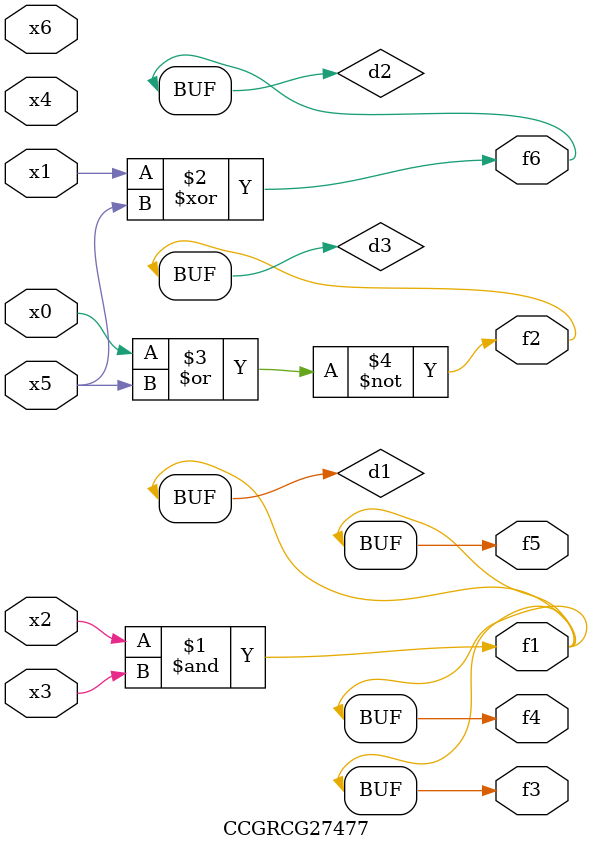
<source format=v>
module CCGRCG27477(
	input x0, x1, x2, x3, x4, x5, x6,
	output f1, f2, f3, f4, f5, f6
);

	wire d1, d2, d3;

	and (d1, x2, x3);
	xor (d2, x1, x5);
	nor (d3, x0, x5);
	assign f1 = d1;
	assign f2 = d3;
	assign f3 = d1;
	assign f4 = d1;
	assign f5 = d1;
	assign f6 = d2;
endmodule

</source>
